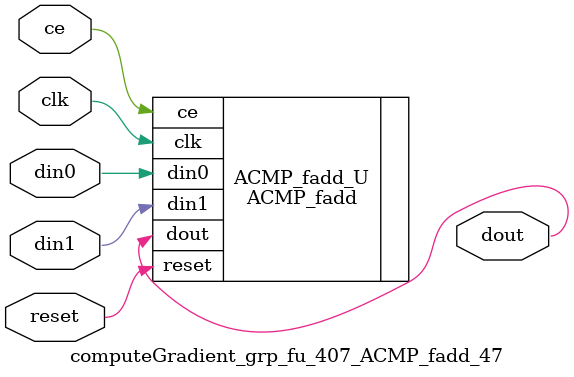
<source format=v>

`timescale 1 ns / 1 ps
module computeGradient_grp_fu_407_ACMP_fadd_47(
    clk,
    reset,
    ce,
    din0,
    din1,
    dout);

parameter ID = 32'd1;
parameter NUM_STAGE = 32'd1;
parameter din0_WIDTH = 32'd1;
parameter din1_WIDTH = 32'd1;
parameter dout_WIDTH = 32'd1;
input clk;
input reset;
input ce;
input[din0_WIDTH - 1:0] din0;
input[din1_WIDTH - 1:0] din1;
output[dout_WIDTH - 1:0] dout;



ACMP_fadd #(
.ID( ID ),
.NUM_STAGE( 4 ),
.din0_WIDTH( din0_WIDTH ),
.din1_WIDTH( din1_WIDTH ),
.dout_WIDTH( dout_WIDTH ))
ACMP_fadd_U(
    .clk( clk ),
    .reset( reset ),
    .ce( ce ),
    .din0( din0 ),
    .din1( din1 ),
    .dout( dout ));

endmodule

</source>
